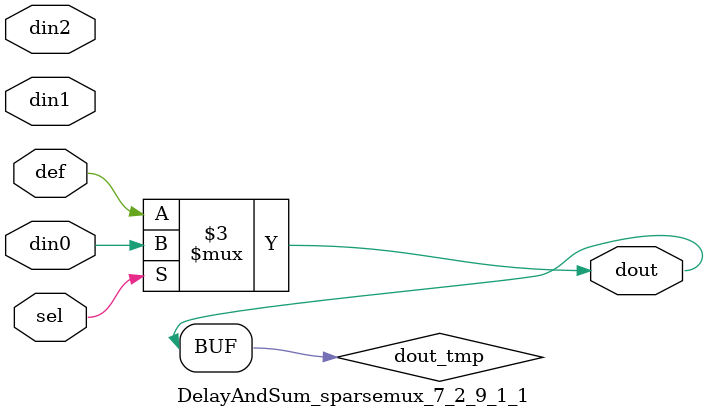
<source format=v>
`timescale 1ns / 1ps

module DelayAndSum_sparsemux_7_2_9_1_1 (din0,din1,din2,def,sel,dout);

parameter din0_WIDTH = 1;

parameter din1_WIDTH = 1;

parameter din2_WIDTH = 1;

parameter def_WIDTH = 1;
parameter sel_WIDTH = 1;
parameter dout_WIDTH = 1;

parameter [sel_WIDTH-1:0] CASE0 = 1;

parameter [sel_WIDTH-1:0] CASE1 = 1;

parameter [sel_WIDTH-1:0] CASE2 = 1;

parameter ID = 1;
parameter NUM_STAGE = 1;



input [din0_WIDTH-1:0] din0;

input [din1_WIDTH-1:0] din1;

input [din2_WIDTH-1:0] din2;

input [def_WIDTH-1:0] def;
input [sel_WIDTH-1:0] sel;

output [dout_WIDTH-1:0] dout;



reg [dout_WIDTH-1:0] dout_tmp;


always @ (*) begin
(* parallel_case *) case (sel)
    
    CASE0 : dout_tmp = din0;
    
    CASE1 : dout_tmp = din1;
    
    CASE2 : dout_tmp = din2;
    
    default : dout_tmp = def;
endcase
end


assign dout = dout_tmp;



endmodule

</source>
